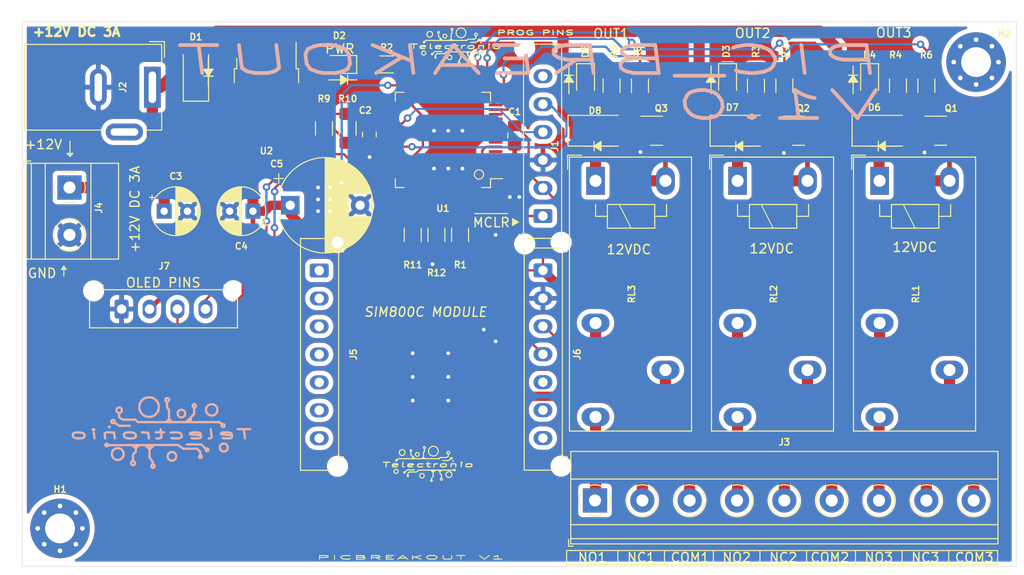
<source format=kicad_pcb>
(kicad_pcb (version 20211014) (generator pcbnew)
  (layers (0 "F.Cu" signal) (31 "B.Cu" signal) (34 "B.Paste" user) (35 "F.Paste" user) (36 "B.SilkS" user "B.Silkscreen") (37 "F.SilkS" user "F.Silkscreen") (38 "B.Mask" user) (39 "F.Mask" user) (44 "Edge.Cuts" user))
  (net 0 "")
  (net 1 "NC1")
  (net 2 "COM1")
  (net 3 "NO1")
  (net 4 "NC2")
  (net 5 "COM2")
  (net 6 "NO2")
  (net 7 "NC3")
  (net 8 "COM3")
  (net 9 "NO3")
  (net 10 "DC_IN")
  (net 11 "GND")
  (net 12 "Net-(D5-Pad1)")
  (net 13 "Net-(D8-Pad2)")
  (net 14 "Net-(D4-Pad1)")
  (net 15 "Net-(D6-Pad2)")
  (net 16 "Net-(D3-Pad1)")
  (net 17 "Net-(D7-Pad2)")
  (net 18 "Net-(D2-Pad1)")
  (net 19 "TX3.3V")
  (net 20 "5VREG")
  (net 21 "MCLR")
  (net 22 "Net-(Q1-Pad1)")
  (net 23 "OUT3")
  (net 24 "Net-(Q2-Pad1)")
  (net 25 "OUT2")
  (net 26 "Net-(Q3-Pad1)")
  (net 27 "OUT1")
  (net 28 "I2C_SCL")
  (net 29 "I2C_SDATA")
  (net 30 "Net-(R11-Pad2)")
  (net 31 "Net-(C3-Pad1)")
  (net 35 "TX2")
  (net 36 "RX2")
  (net 56 "RX1")
  (net 61 "ICSPDAT")
  (net 64 "ICSPCLK")
  (footprint "Resistor_SMD:R_1206_3216Metric_Pad1.30x1.75mm_HandSolder" (layer "F.Cu") (at 176.53 55.88 90)
    (fp_text reference "R12")
    (fp_text value "10K")
  )
  (footprint "Package_TO_SOT_SMD:TO-252-3_TabPin2" (layer "F.Cu") (at 158.2918 40.5198 -90)
    (fp_text reference "U2")
    (fp_text value "NCP1117-5.0_TO252")
  )
  (footprint "Resistor_SMD:R_1206_3216Metric_Pad1.30x1.75mm_HandSolder" (layer "F.Cu") (at 179.07 55.88 90)
    (fp_text reference "R1")
    (fp_text value "10k")
  )
  (footprint "Resistor_SMD:R_1206_3216Metric_Pad1.30x1.75mm_HandSolder" (layer "F.Cu") (at 213.868 39.878 90)
    (fp_text reference "R7")
    (fp_text value "330")
  )
  (footprint "TerminalBlock_Phoenix:TerminalBlock_Phoenix_MKDS-1,5-2-5.08_1x02_P5.08mm_Horizontal" (layer "F.Cu") (at 137.16 50.8 -90)
    (fp_text reference "J4")
    (fp_text value "+12V DC")
  )
  (footprint "TerminalBlock_Phoenix:TerminalBlock_Phoenix_MKDS-1,5-9-5.08_1x09_P5.08mm_Horizontal" (layer "F.Cu") (at 193.548 84.379)
    (fp_text reference "J3")
    (fp_text value "RELAY OUTPUTS")
  )
  (footprint "Connector_Molex:Molex_Micro-Fit_3.0_43650-0715_1x07_P3.00mm_Vertical" (layer "F.Cu") (at 163.957 59.707 -90)
    (fp_text reference "J5")
    (fp_text value "SIM800C LEFT")
  )
  (footprint "Diode_SMD:D_SMA" (layer "F.Cu") (at 209.296 44.704)
    (fp_text reference "D7")
    (fp_text value "US1M")
  )
  (footprint "Capacitor_THT:CP_Radial_D10.0mm_P7.50mm" (layer "F.Cu") (at 160.847323 52.705)
    (fp_text reference "C5")
    (fp_text value "1000uF")
  )
  (footprint "Package_TO_SOT_SMD:SOT-23" (layer "F.Cu") (at 200.152 44.704)
    (fp_text reference "Q3")
    (fp_text value "BC847")
  )
  (footprint "LED_SMD:LED_0805_2012Metric_Pad1.15x1.40mm_HandSolder" (layer "F.Cu") (at 166.116 37.592 180)
    (fp_text reference "D2")
    (fp_text value "PWR")
  )
  (footprint "Connector_Molex:Molex_Micro-Fit_3.0_43650-0615_1x06_P3.00mm_Vertical" (layer "F.Cu") (at 187.96 53.855 90)
    (fp_text reference "J1")
    (fp_text value "PROG PINS")
  )
  (footprint "Resistor_SMD:R_1206_3216Metric_Pad1.30x1.75mm_HandSolder" (layer "F.Cu") (at 171.196 37.592)
    (fp_text reference "R2")
    (fp_text value "330")
  )
  (footprint "Diode_SMD:D_SOD-128" (layer "F.Cu") (at 150.7236 38.4556 90)
    (fp_text reference "D1")
    (fp_text value "BAT54J")
  )
  (footprint "Resistor_SMD:R_1206_3216Metric_Pad1.30x1.75mm_HandSolder" (layer "F.Cu") (at 167.005 44.45 -90)
    (fp_text reference "R10")
    (fp_text value "10k")
  )
  (footprint "LED_SMD:LED_0805_2012Metric_Pad1.15x1.40mm_HandSolder" (layer "F.Cu") (at 207.772 39.37 -90)
    (fp_text reference "D3")
    (fp_text value "LED2")
  )
  (footprint "Resistor_SMD:R_1206_3216Metric_Pad1.30x1.75mm_HandSolder" (layer "F.Cu") (at 226.06 39.878 90)
    (fp_text reference "R4")
    (fp_text value "1k")
  )
  (footprint "Capacitor_SMD:C_0805_2012Metric_Pad1.18x1.45mm_HandSolder" (layer "F.Cu") (at 169.34 45.11 -90)
    (fp_text reference "C2")
    (fp_text value "100n")
  )
  (footprint "Resistor_SMD:R_1206_3216Metric_Pad1.30x1.75mm_HandSolder" (layer "F.Cu") (at 164.465 44.45 -90)
    (fp_text reference "R9")
    (fp_text value "10k")
  )
  (footprint "Resistor_SMD:R_1206_3216Metric_Pad1.30x1.75mm_HandSolder" (layer "F.Cu") (at 195.326 39.878 90)
    (fp_text reference "R5")
    (fp_text value "1k")
  )
  (footprint "MountingHole:MountingHole_3.2mm_M3_Pad_Via" (layer "F.Cu") (at 234.442 37.338)
    (fp_text reference "H2")
    (fp_text value "MountingHole")
  )
  (footprint "Relay_THT:Relay_SPDT_Schrack-RT1-FormC_RM5mm" (layer "F.Cu") (at 208.848 50.08 -90)
    (fp_text reference "RL2")
    (fp_text value "G2RL-2-DC12")
  )
  (footprint "Package_TO_SOT_SMD:SOT-23" (layer "F.Cu") (at 215.392 44.704)
    (fp_text reference "Q2")
    (fp_text value "BC847")
  )
  (footprint "Capacitor_SMD:C_0805_2012Metric_Pad1.18x1.45mm_HandSolder" (layer "F.Cu") (at 184.93 45.21 -90)
    (fp_text reference "C1")
    (fp_text value "100n")
  )
  (footprint "LED_SMD:LED_0805_2012Metric_Pad1.15x1.40mm_HandSolder" (layer "F.Cu") (at 223.012 39.37 -90)
    (fp_text reference "D4")
    (fp_text value "LED3")
  )
  (footprint "MountingHole:MountingHole_3.2mm_M3_Pad_Via" (layer "F.Cu") (at 136.144 87.376)
    (fp_text reference "H1")
    (fp_text value "MountingHole")
  )
  (footprint "Diode_SMD:D_SMA" (layer "F.Cu") (at 224.536 44.704)
    (fp_text reference "D6")
    (fp_text value "US1M")
  )
  (footprint "Connector_Molex:Molex_Micro-Fit_3.0_43650-0415_1x04_P3.00mm_Vertical" (layer "F.Cu") (at 142.748 63.847)
    (fp_text reference "J7")
    (fp_text value "OLED PINS")
  )
  (footprint "Connector_Molex:Molex_Micro-Fit_3.0_43650-0715_1x07_P3.00mm_Vertical" (layer "F.Cu") (at 187.96 59.69 -90)
    (fp_text reference "J6")
    (fp_text value "SIM800C RIGHT")
  )
  (footprint "Capacitor_THT:CP_Radial_D5.0mm_P2.50mm" (layer "F.Cu") (at 156.845 53.34 180)
    (fp_text reference "C4")
    (fp_text value "10uF/25V")
  )
  (footprint "LED_SMD:LED_0805_2012Metric_Pad1.15x1.40mm_HandSolder" (layer "F.Cu") (at 192.532 39.37 -90)
    (fp_text reference "D5")
    (fp_text value "LED1")
  )
  (footprint "Package_QFP:TQFP-64_10x10mm_P0.5mm" (layer "F.Cu") (at 177.23 45.69 180)
    (fp_text reference "U1")
    (fp_text value "PIC16F19195")
  )
  (footprint "Relay_THT:Relay_SPDT_Schrack-RT1-FormC_RM5mm" (layer "F.Cu") (at 193.608 50.08 -90)
    (fp_text reference "RL3")
    (fp_text value "G2RL-2-DC12")
  )
  (footprint "Capacitor_THT:CP_Radial_D5.0mm_P2.50mm" (layer "F.Cu") (at 147.32 53.34)
    (fp_text reference "C3")
    (fp_text value "10uF/25V")
  )
  (footprint "Resistor_SMD:R_1206_3216Metric_Pad1.30x1.75mm_HandSolder" (layer "F.Cu") (at 229.108 39.878 90)
    (fp_text reference "R6")
    (fp_text value "330")
  )
  (footprint "Package_TO_SOT_SMD:SOT-23" (layer "F.Cu") (at 230.632 44.704)
    (fp_text reference "Q1")
    (fp_text value "BC847")
  )
  (footprint "Diode_SMD:D_SMA" (layer "F.Cu") (at 194.056 44.704)
    (fp_text reference "D8")
    (fp_text value "US1M")
  )
  (footprint "Relay_THT:Relay_SPDT_Schrack-RT1-FormC_RM5mm" (layer "F.Cu") (at 224.088 50.08 -90)
    (fp_text reference "RL1")
    (fp_text value "G2RL-2-DC12")
  )
  (footprint "Connector_BarrelJack:BarrelJack_Wuerth_6941xx301002" (layer "F.Cu") (at 146.05 40.04 -90)
    (fp_text reference "J2")
    (fp_text value "Barrel_Jack_MountingPin")
  )
  (footprint "Resistor_SMD:R_1206_3216Metric_Pad1.30x1.75mm_HandSolder" (layer "F.Cu") (at 173.99 55.88 -90)
    (fp_text reference "R11")
    (fp_text value "5K")
  )
  (footprint "Resistor_SMD:R_1206_3216Metric_Pad1.30x1.75mm_HandSolder" (layer "F.Cu") (at 210.82 39.878 90)
    (fp_text reference "R3")
    (fp_text value "1k")
  )
  (footprint "Resistor_SMD:R_1206_3216Metric_Pad1.30x1.75mm_HandSolder" (layer "F.Cu") (at 198.374 39.878 90)
    (fp_text reference "R8")
    (fp_text value "330")
  )
  (footprint "LOGO" (layer "B.Cu") (at 147 77 180)
    (fp_text reference "G***" hide)
    (fp_text value "LOGO" hide)
  )
  (gr_poly (pts (xy 182.57 53.8) (xy 182.12 53.8) (xy 182.53 53.3)) (layer "F.Cu") (width 0.2) (fill solid))
  (gr_poly (pts (xy 183.19 53.86) (xy 182.55 53.83) (xy 182.57 53.27)) (layer "F.Cu") (width 0.2) (fill solid))
  (gr_line (start 179.3748 36.257739) (end 179.1462 36.486339) (layer "F.SilkS") (width 0.12))
  (gr_line (start 224.7 46.85) (end 223.95 46.35) (layer "F.SilkS") (width 0.12))
  (gr_line (start 136.2964 59.5884) (end 136.7536 59.5884) (layer "F.SilkS") (width 0.12))
  (gr_line (start 184.7088 54.1528) (end 185.3184 54.5084) (layer "F.SilkS") (width 0.12))
  (gr_line (start 180.1918 35.214139) (end 180.7668 35.214139) (layer "F.SilkS") (width 0.12))
  (gr_circle locked (center 178.338939 80.1522) (end 178.378277 80.1776) (layer "F.SilkS") (width 0.08) (fill none))
  (gr_line locked (start 177.609639 79.7712) (end 176.934639 79.7712) (layer "F.SilkS") (width 0.12))
  (gr_line (start 165 39.25) (end 167 39.25) (layer "F.SilkS") (width 0.12))
  (gr_circle (center 175.2092 35.190939) (end 175.2854 35.216339) (layer "F.SilkS") (width 0.12) (fill none))
  (gr_line (start 179.9009 34.886139) (end 179.7759 35.011139) (layer "F.SilkS") (width 0.12))
  (gr_line (start 193.45 46.35) (end 193.45 46.85) (layer "F.SilkS") (width 0.12))
  (gr_circle (center 176.7586 34.1376) (end 176.8094 34.2138) (layer "F.SilkS") (width 0.12) (fill none))
  (gr_line (start 137.5156 47.1424) (end 137.2108 47.4472) (layer "F.SilkS") (width 0.12))
  (gr_line locked (start 175.240139 79.1108) (end 175.240139 78.8568) (layer "F.SilkS") (width 0.12))
  (gr_line (start 220.75 39.5) (end 221.25 38.75) (layer "F.SilkS") (width 0.12))
  (gr_circle (center 181.102 34.9758) (end 181.152 35.0508) (layer "F.SilkS") (width 0.12) (fill none))
  (gr_circle (center 181.3052 35.267139) (end 181.344538 35.292539) (layer "F.SilkS") (width 0.08) (fill none))
  (gr_line (start 166.25 39.75) (end 166.25 38.75) (layer "F.SilkS") (width 0.12))
  (gr_circle (center 177.9524 36.841939) (end 178.1556 36.968939) (layer "F.SilkS") (width 0.12) (fill none))
  (gr_line (start 191 89.75) (end 236.75 89.75) (layer "F.SilkS") (width 0.12))
  (gr_line locked (start 177.068939 81.6254) (end 177.068939 81.981) (layer "F.SilkS") (width 0.12))
  (gr_circle locked (center 178.480539 81.1192) (end 178.510539 81.1892) (layer "F.SilkS") (width 0.12) (fill none))
  (gr_line (start 209.4 46.85) (end 208.65 46.35) (layer "F.SilkS") (width 0.12))
  (gr_line (start 176.9364 35.013139) (end 177.0077 34.936939) (layer "F.SilkS") (width 0.12))
  (gr_line (start 152.05 38.85) (end 152.55 38.85) (layer "F.SilkS") (width 0.12))
  (gr_line (start 179.1462 36.714939) (end 179.1462 36.918139) (layer "F.SilkS") (width 0.12))
  (gr_line locked (start 176.179939 81.8032) (end 176.002139 82.0318) (layer "F.SilkS") (width 0.12))
  (gr_line (start 178.2572 34.987739) (end 178.1048 34.860739) (layer "F.SilkS") (width 0.12))
  (gr_line locked (start 175.138539 79.7458) (end 174.986139 79.8728) (layer "F.SilkS") (width 0.12))
  (gr_line (start 190.5 89.75) (end 191 89.75) (layer "F.SilkS") (width 0.12))
  (gr_line (start 178.9684 37.146739) (end 178.9684 37.273739) (layer "F.SilkS") (width 0.12))
  (gr_line (start 194.2 46.85) (end 193.45 46.35) (layer "F.SilkS") (width 0.12))
  (gr_line locked (start 173.400539 81.0992) (end 173.975539 81.0992) (layer "F.SilkS") (width 0.12))
  (gr_line locked (start 175.976739 81.1682) (end 176.179939 81.3714) (layer "F.SilkS") (width 0.12))
  (gr_poly (pts (xy 221.25 38.75) (xy 221.75 39.5) (xy 220.75 39.5)) (layer "F.SilkS") (width 0.12) (fill solid))
  (gr_line (start 184.7088 54.864) (end 184.7088 54.1528) (layer "F.SilkS") (width 0.12))
  (gr_line (start 176.4284 36.613339) (end 176.4284 36.740339) (layer "F.SilkS") (width 0.12))
  (gr_line locked (start 176.179939 81.6) (end 176.179939 81.8032) (layer "F.SilkS") (width 0.12))
  (gr_line (start 178.2064 34.225739) (end 178.2064 33.971739) (layer "F.SilkS") (width 0.12))
  (gr_line locked (start 177.800539 80.0992) (end 178.050539 79.9242) (layer "F.SilkS") (width 0.12))
  (gr_line locked (start 176.179939 81.1428) (end 176.179939 81.6) (layer "F.SilkS") (width 0.12))
  (gr_line locked (start 173.200539 81.2992) (end 173.400539 81.0992) (layer "F.SilkS") (width 0.12))
  (gr_line (start 196 89.75) (end 196 91.25) (layer "F.SilkS") (width 0.12))
  (gr_line (start 167 39.25) (end 167 38.75) (layer "F.SilkS") (width 0.12))
  (gr_line (start 136.7536 59.5884) (end 136.8044 59.5884) (layer "F.SilkS") (width 0.12))
  (gr_line (start 205.5 38.75) (end 206.5 38.75) (layer "F.SilkS") (width 0.12))
  (gr_line (start 177.0634 35.013139) (end 175.7934 35.013139) (layer "F.SilkS") (width 0.12))
  (gr_line (start 179.8828 36.257739) (end 179.8828 36.613339) (layer "F.SilkS") (width 0.12))
  (gr_line (start 190.25 38.75) (end 191.25 38.75) (layer "F.SilkS") (width 0.12))
  (gr_line locked (start 175.138539 79.2632) (end 175.240139 79.1108) (layer "F.SilkS") (width 0.12))
  (gr_line (start 178.1048 34.987739) (end 178.1048 34.378139) (layer "F.SilkS") (width 0.12))
  (gr_line locked (start 176.794439 79.8977) (end 174.041439 79.8987) (layer "F.SilkS") (width 0.12))
  (gr_line locked (start 173.792339 79.4664) (end 173.792339 79.1362) (layer "F.SilkS") (width 0.12))
  (gr_line (start 180.6448 53.594) (end 184.15 53.594) (layer "F.SilkS") (width 0.12))
  (gr_line (start 180.0352 36.740339) (end 180.0352 37.095939) (layer "F.SilkS") (width 0.12))
  (gr_line (start 236.75 91.25) (end 190.5 91.25) (layer "F.SilkS") (width 0.12))
  (gr_line locked (start 173.625539 81.3242) (end 173.462139 81.4984) (layer "F.SilkS") (width 0.12))
  (gr_circle locked (center 173.100539 81.3742) (end 173.175539 81.3992) (layer "F.SilkS") (width 0.12) (fill none))
  (gr_circle locked (center 175.240139 78.7044) (end 175.214739 78.806) (layer "F.SilkS") (width 0.12) (fill none))
  (gr_line (start 176.9618 34.784539) (end 177.165 34.987739) (layer "F.SilkS") (width 0.12))
  (gr_line (start 179.8828 36.410139) (end 179.705 36.257739) (layer "F.SilkS") (width 0.12))
  (gr_line (start 179.7607 35.012639) (end 177.0077 35.013639) (layer "F.SilkS") (width 0.12))
  (gr_line (start 223.95 46.35) (end 223.95 46.85) (layer "F.SilkS") (width 0.12))
  (gr_line (start 180.5759 34.886139) (end 179.9009 34.886139) (layer "F.SilkS") (width 0.12))
  (gr_line (start 175.4632 35.013139) (end 175.387 35.013139) (layer "F.SilkS") (width 0.12))
  (gr_line (start 167 39.25) (end 168 39.25) (layer "F.SilkS") (width 0.12))
  (gr_line (start 221.25 38.75) (end 220.75 38.75) (layer "F.SilkS") (width 0.12))
  (gr_line locked (start 174.097139 79.8982) (end 172.827139 79.8982) (layer "F.SilkS") (width 0.12))
  (gr_line locked (start 173.970139 79.8982) (end 174.041439 79.822) (layer "F.SilkS") (width 0.12))
  (gr_line locked (start 176.916539 81.4984) (end 177.068939 81.6254) (layer "F.SilkS") (width 0.12))
  (gr_line (start 185.3184 54.5084) (end 184.7088 54.864) (layer "F.SilkS") (width 0.12))
  (gr_line (start 210.65 46.35) (end 208.65 46.35) (layer "F.SilkS") (width 0.12))
  (gr_line locked (start 172.801739 79.8982) (end 172.547739 79.8982) (layer "F.SilkS") (width 0.12))
  (gr_poly (pts (xy 223.95 46.35) (xy 224.7 45.85) (xy 224.7 46.85)) (layer "F.SilkS") (width 0.12) (fill solid))
  (gr_poly (pts (xy 152.05 38.85) (xy 151.55 38.1) (xy 152.55 38.1)) (layer "F.SilkS") (width 0.12) (fill solid))
  (gr_circle (center 181.1 49.4) (end 181.4 49.8) (layer "F.SilkS") (width 0.12) (fill none))
  (gr_line (start 223.95 46.35) (end 222.95 46.35) (layer "F.SilkS") (width 0.12))
  (gr_line locked (start 174.375539 81.3242) (end 174.650539 81.1242) (layer "F.SilkS") (width 0.12))
  (gr_line (start 221.25 38.75) (end 221.25 37.75) (layer "F.SilkS") (width 0.12))
  (gr_circle (center 178.2064 33.819339) (end 178.181 33.920939) (layer "F.SilkS") (width 0.12) (fill none))
  (gr_line (start 136.5504 59.2328) (end 136.2964 59.5884) (layer "F.SilkS") (width 0.12))
  (gr_circle locked (center 173.792339 79.022661) (end 173.843139 79.098861) (layer "F.SilkS") (width 0.12) (fill none))
  (gr_line (start 221.25 40.75) (end 221.25 38.75) (layer "F.SilkS") (width 0.12))
  (gr_circle (center 175.17 36.37) (end 175.297 36.5478) (layer "F.SilkS") (width 0.12) (fill none))
  (gr_poly (pts (xy 208.65 46.35) (xy 209.4 45.85) (xy 209.4 46.85)) (layer "F.SilkS") (width 0.12) (fill solid))
  (gr_line locked (start 174.650539 81.1242) (end 178.390539 81.1292) (layer "F.SilkS") (width 0.12))
  (gr_line locked (start 175.138539 79.8728) (end 175.138539 79.2632) (layer "F.SilkS") (width 0.12))
  (gr_line (start 193.45 46.35) (end 192.45 46.35) (layer "F.SilkS") (width 0.12))
  (gr_line (start 190.75 38.75) (end 190.25 38.75) (layer "F.SilkS") (width 0.12))
  (gr_circle (center 181.4468 36.234139) (end 181.4768 36.304139) (layer "F.SilkS") (width 0.12) (fill none))
  (gr_line locked (start 176.934639 79.7712) (end 176.809639 79.8962) (layer "F.SilkS") (width 0.12))
  (gr_circle locked (center 177.068939 82.096061) (end 176.967339 82.045261) (layer "F.SilkS") (width 0.12) (fill none))
  (gr_line (start 180.7668 35.214139) (end 181.0168 35.039139) (layer "F.SilkS") (width 0.12))
  (gr_line (start 176.7586 34.581339) (end 176.7586 34.251139) (layer "F.SilkS") (width 0.12))
  (gr_circle (center 180.0352 37.211) (end 179.9336 37.1602) (layer "F.SilkS") (width 0.12) (fill none))
  (gr_poly (pts (xy 185.2676 54.5084) (xy 184.7088 54.864) (xy 184.7596 54.2544)) (layer "F.SilkS") (width 0.12) (fill solid))
  (gr_line (start 176.5918 36.439139) (end 176.4284 36.613339) (layer "F.SilkS") (width 0.12))
  (gr_line (start 178.1048 34.860739) (end 177.9524 34.987739) (layer "F.SilkS") (width 0.12))
  (gr_circle locked (center 174.478139 79.441) (end 174.300339 79.3394) (layer "F.SilkS") (width 0.12) (fill none))
  (gr_line (start 221.5 89.75) (end 221.5 91.25) (layer "F.SilkS") (width 0.12))
  (gr_line (start 195.45 46.35) (end 193.45 46.35) (layer "F.SilkS") (width 0.12))
  (gr_circle (center 180.848 36.714939) (end 181.0004 36.994339) (layer "F.SilkS") (width 0.12) (fill none))
  (gr_line (start 180.5759 34.886139) (end 180.7718 34.759139) (layer "F.SilkS") (width 0.12))
  (gr_line (start 177.3418 36.439139) (end 177.6168 36.239139) (layer "F.SilkS") (width 0.12))
  (gr_circle locked (center 172.242939 80.076) (end 172.319139 80.1014) (layer "F.SilkS") (width 0.12) (fill none))
  (gr_line (start 193.45 46.85) (end 193.45 45.85) (layer "F.SilkS") (width 0.12))
  (gr_line (start 220.75 38.75) (end 221.75 38.75) (layer "F.SilkS") (width 0.12))
  (gr_line (start 167 39.25) (end 166.25 39.75) (layer "F.SilkS") (width 0.12))
  (gr_circle (center 175.8188 34.352739) (end 176.0728 34.530539) (layer "F.SilkS") (width 0.12) (fill none))
  (gr_line (start 190.75 38.75) (end 190.75 37.75) (layer "F.SilkS") (width 0.12))
  (gr_circle locked (center 177.809833 79.2632) (end 177.936833 79.3394) (layer "F.SilkS") (width 0.12) (fill none))
  (gr_line locked (start 177.225539 80.0992) (end 177.800539 80.0992) (layer "F.SilkS") (width 0.12))
  (gr_line (start 176.9618 34.784539) (end 176.7586 34.581339) (layer "F.SilkS") (width 0.12))
  (gr_line (start 226.5 89.75) (end 226.5 91.25) (layer "F.SilkS") (width 0.12))
  (gr_line (start 205.5 39.5) (end 206 38.75) (layer "F.SilkS") (width 0.12))
  (gr_line locked (start 176.916539 81.2952) (end 176.738739 81.1428) (layer "F.SilkS") (width 0.12))
  (gr_circle (center 177.4444 34.555939) (end 177.2666 34.454339) (layer "F.SilkS") (width 0.12) (fill none))
  (gr_line (start 179.1462 36.918139) (end 178.9684 37.146739) (layer "F.SilkS") (width 0.12))
  (gr_circle (center 178.9684 37.3634) (end 179.0446 37.4142) (layer "F.SilkS") (width 0.12) (fill none))
  (gr_circle locked (center 174.986139 81.727) (end 175.189339 81.854) (layer "F.SilkS") (width 0.12) (fill none))
  (gr_circle locked (center 172.852539 79.2378) (end 173.106539 79.4156) (layer "F.SilkS") (width 0.12) (fill none))
  (gr_line locked (start 173.975539 81.0992) (end 174.175539 81.0992) (layer "F.SilkS") (width 0.12))
  (gr_line locked (start 173.970139 79.6696) (end 173.970139 79.8982) (layer "F.SilkS") (width 0.12))
  (gr_line locked (start 173.625539 81.3242) (end 174.375539 81.3242) (layer "F.SilkS") (width 0.12))
  (gr_line (start 208.65 46.35) (end 208.65 46.85) (layer "F.SilkS") (width 0.12))
  (gr_line locked (start 173.995539 79.6696) (end 173.792339 79.4664) (layer "F.SilkS") (width 0.12))
  (gr_line locked (start 172.496939 79.8982) (end 172.420739 79.8982) (layer "F.SilkS") (width 0.12))
  (gr_line (start 206 40.75) (end 206 38.75) (layer "F.SilkS") (width 0.12))
  (gr_circle locked (center 172.203739 81.255061) (end 172.330739 81.432861) (layer "F.SilkS") (width 0.12) (fill none))
  (gr_line (start 208.65 46.85) (end 208.65 45.85) (layer "F.SilkS") (width 0.12))
  (gr_line locked (start 176.002139 82.0318) (end 176.002139 82.1588) (layer "F.SilkS") (width 0.12))
  (gr_line (start 176.9618 34.987739) (end 176.9618 34.784539) (layer "F.SilkS") (width 0.12))
  (gr_line locked (start 176.408539 81.1428) (end 176.179939 81.3714) (layer "F.SilkS") (width 0.12))
  (gr_line (start 180.7718 34.759139) (end 180.7718 34.530539) (layer "F.SilkS") (width 0.12))
  (gr_line (start 152.55 38.85) (end 151.55 38.85) (layer "F.SilkS") (width 0.12))
  (gr_poly (pts (xy 206 38.75) (xy 206.5 39.5) (xy 205.5 39.5)) (layer "F.SilkS") (width 0.12) (fill solid))
  (gr_circle locked (center 178.135739 79.860861) (end 178.185739 79.935861) (layer "F.SilkS") (width 0.12) (fill none))
  (gr_line (start 136.8044 59.5884) (end 136.5504 59.2328) (layer "F.SilkS") (width 0.12))
  (gr_line locked (start 176.916539 81.1428) (end 176.916539 81.4984) (layer "F.SilkS") (width 0.12))
  (gr_circle locked (center 176.205339 79.0854) (end 176.459339 79.5426) (layer "F.SilkS") (width 0.12) (fill none))
  (gr_line (start 179.8828 36.613339) (end 180.0352 36.740339) (layer "F.SilkS") (width 0.12))
  (gr_line locked (start 173.995539 79.8728) (end 173.995539 79.6696) (layer "F.SilkS") (width 0.12))
  (gr_line (start 176.9418 36.214139) (end 177.1418 36.214139) (layer "F.SilkS") (width 0.12))
  (gr_line (start 231.5 89.75) (end 231.5 91.25) (layer "F.SilkS") (width 0.12))
  (gr_line (start 178.1048 34.378139) (end 178.2064 34.225739) (layer "F.SilkS") (width 0.12))
  (gr_line locked (start 176.916539 81.2952) (end 177.094339 81.1428) (layer "F.SilkS") (width 0.12))
  (gr_line (start 175.768 35.013139) (end 175.514 35.013139) (layer "F.SilkS") (width 0.12))
  (gr_line locked (start 173.462139 81.4984) (end 173.462139 81.6254) (layer "F.SilkS") (width 0.12))
  (gr_line (start 206.25 89.75) (end 206.25 91.25) (layer "F.SilkS") (width 0.12))
  (gr_poly (pts (xy 190.75 38.75) (xy 191.25 39.5) (xy 190.25 39.5)) (layer "F.SilkS") (width 0.12) (fill solid))
  (gr_circle locked (center 176.002139 82.248461) (end 176.078339 82.299261) (layer "F.SilkS") (width 0.12) (fill none))
  (gr_line (start 178.9684 36.308539) (end 179.2732 36.308539) (layer "F.SilkS") (width 0.12))
  (gr_line (start 136.5504 60.2996) (end 136.5504 59.2328) (layer "F.SilkS") (width 0.12))
  (gr_circle (center 176.4284 36.8554) (end 176.4792 36.9062) (layer "F.SilkS") (width 0.12) (fill none))
  (gr_line (start 152.55 38.1) (end 152.05 38.85) (layer "F.SilkS") (width 0.12))
  (gr_line (start 206 38.75) (end 205.5 38.75) (layer "F.SilkS") (width 0.12))
  (gr_circle (center 179.1716 34.200339) (end 179.4256 34.657539) (layer "F.SilkS") (width 0.12) (fill none))
  (gr_line (start 201 89.75) (end 201 91.25) (layer "F.SilkS") (width 0.12))
  (gr_line (start 137.2108 45.8216) (end 137.2108 47.4472) (layer "F.SilkS") (width 0.12))
  (gr_line (start 136.906 47.1424) (end 137.5156 47.1424) (layer "F.SilkS") (width 0.12))
  (gr_poly (pts (xy 167 39.25) (xy 166.25 39.75) (xy 166.25 38.75)) (layer "F.SilkS") (width 0.12) (fill solid))
  (gr_line locked (start 177.805539 79.6442) (end 177.805539 79.4156) (layer "F.SilkS") (width 0.12))
  (gr_line locked (start 177.609639 79.7712) (end 177.805539 79.6442) (layer "F.SilkS") (width 0.12))
  (gr_line (start 190.75 40.75) (end 190.75 38.75) (layer "F.SilkS") (width 0.12))
  (gr_line (start 167 38.75) (end 167 39.75) (layer "F.SilkS") (width 0.12))
  (gr_line (start 216.25 89.75) (end 216.25 91.25) (layer "F.SilkS") (width 0.12))
  (gr_circle locked (center 177.881739 81.6) (end 178.034139 81.8794) (layer "F.SilkS") (width 0.12) (fill none))
  (gr_line locked (start 173.995539 79.6696) (end 174.198739 79.8728) (layer "F.SilkS") (width 0.12))
  (gr_line (start 137.2108 47.4472) (end 136.906 47.1424) (layer "F.SilkS") (width 0.12))
  (gr_line locked (start 175.290939 79.8728) (end 175.138539 79.7458) (layer "F.SilkS") (width 0.12))
  (gr_line (start 176.3668 36.214139) (end 176.9418 36.214139) (layer "F.SilkS") (width 0.12))
  (gr_line (start 177.6168 36.239139) (end 181.3568 36.244139) (layer "F.SilkS") (width 0.12))
  (gr_line (start 206 38.75) (end 206 37.75) (layer "F.SilkS") (width 0.12))
  (gr_circle (center 176.0668 36.489139) (end 176.1418 36.514139) (layer "F.SilkS") (width 0.12) (fill none))
  (gr_line (start 176.9364 34.784539) (end 176.9364 35.013139) (layer "F.SilkS") (width 0.12))
  (gr_line (start 179.8828 36.410139) (end 180.0606 36.257739) (layer "F.SilkS") (width 0.12))
  (gr_line (start 176.5918 36.439139) (end 177.3418 36.439139) (layer "F.SilkS") (width 0.12))
  (gr_line (start 190.5 91.25) (end 190.5 89.75) (layer "F.SilkS") (width 0.12))
  (gr_line (start 190.25 39.5) (end 190.75 38.75) (layer "F.SilkS") (width 0.12))
  (gr_line (start 208.65 46.35) (end 207.65 46.35) (layer "F.SilkS") (width 0.12))
  (gr_line (start 166.25 38.75) (end 167 39.25) (layer "F.SilkS") (width 0.12))
  (gr_line (start 179.1462 36.257739) (end 179.1462 36.714939) (layer "F.SilkS") (width 0.12))
  (gr_line (start 223.95 46.85) (end 223.95 45.85) (layer "F.SilkS") (width 0.12))
  (gr_circle (center 180.776094 34.378139) (end 180.903094 34.454339) (layer "F.SilkS") (width 0.12) (fill none))
  (gr_line locked (start 172.420739 79.8982) (end 172.319139 79.9998) (layer "F.SilkS") (width 0.12))
  (gr_line (start 152.05 38.85) (end 152.05 39.85) (layer "F.SilkS") (width 0.12))
  (gr_line (start 178.943 36.283139) (end 179.1462 36.486339) (layer "F.SilkS") (width 0.12))
  (gr_line (start 211.25 89.75) (end 211.25 91.25) (layer "F.SilkS") (width 0.12))
  (gr_line locked (start 176.002139 81.1936) (end 176.306939 81.1936) (layer "F.SilkS") (width 0.12))
  (gr_line (start 152.05 36.85) (end 152.05 38.85) (layer "F.SilkS") (width 0.12))
  (gr_line (start 225.95 46.35) (end 223.95 46.35) (layer "F.SilkS") (width 0.12))
  (gr_poly (pts (xy 193.45 46.35) (xy 194.2 45.85) (xy 194.2 46.85)) (layer "F.SilkS") (width 0.12) (fill solid))
  (gr_line (start 175.387 35.013139) (end 175.2854 35.114739) (layer "F.SilkS") (width 0.12))
  (gr_line (start 236.75 89.75) (end 236.75 91.25) (layer "F.SilkS") (width 0.12))
  (gr_line (start 176.1668 36.414139) (end 176.3668 36.214139) (layer "F.SilkS") (width 0.12))
  (gr_circle locked (center 173.462139 81.740461) (end 173.512939 81.791261) (layer "F.SilkS") (width 0.12) (fill none))
  (gr_rect (start 238.76 33.02) (end 132.08 91.44) (layer "Edge.Cuts") (width 0.05) (fill none))
  (gr_text "PIC_BREAKOUT\nV1.0" (at 224.97 39.56) (layer "B.SilkS") (effects (font (size 3 7) (thickness 0.4) italic) (justify left mirror)))
  (gr_text "OUT1" (at 195.2752 34.29) (layer "F.SilkS") (effects (font (size 1 1))))
  (gr_text "+12V" (at 134.366 46.1772) (layer "F.SilkS") (effects (font (size 1 1))))
  (gr_text "NC1" (at 198.5 90.5) (layer "F.SilkS") (effects (font (size 1 1))))
  (gr_text "NC3" (at 229 90.5) (layer "F.SilkS") (effects (font (size 1 1))))
  (gr_text "Telectronio" (at 175.600539 80.5492) (layer "F.SilkS") (effects (font (size 0.5 1.2) (thickness 0.125) italic)))
  (gr_text "COM2" (at 218.75 90.5) (layer "F.SilkS") (effects (font (size 1 1))))
  (gr_text "PROG PINS" (at 187.1472 34.1884) (layer "F.SilkS") (effects (font (size 0.5 1) (thickness 0.125))))
  (gr_text "GND" (at 134.2136 59.9948) (layer "F.SilkS") (effects (font (size 1 1))))
  (gr_text "OUT2" (at 210.4644 34.2392) (layer "F.SilkS") (effects (font (size 1 1))))
  (gr_text "12VDC " (at 212.9028 57.3532) (layer "F.SilkS") (effects (font (size 1 1))))
  (gr_text "NO1" (at 193.25 90.5) (layer "F.SilkS") (effects (font (size 1 1))))
  (gr_text "Telectronio" (at 178.5668 35.664139) (layer "F.SilkS") (effects (font (size 0.5 1.2) (thickness 0.125) italic)))
  (gr_text "COM3" (at 234.25 90.5) (layer "F.SilkS") (effects (font (size 1 1))))
  (gr_text "+12V DC 3A" (at 144.1704 53.1368 90) (layer "F.SilkS") (effects (font (size 1 1))))
  (gr_text "PWR" (at 166.1668 35.9156) (layer "F.SilkS") (effects (font (size 1 1))))
  (gr_text "PICBREAKOUT V1" (at 173.75 90.5) (layer "F.SilkS") (effects (font (size 0.4 1.6) (thickness 0.1))))
  (gr_text "12VDC " (at 228.2444 57.2008) (layer "F.SilkS") (effects (font (size 1 1))))
  (gr_text "NO2" (at 208.75 90.5) (layer "F.SilkS") (effects (font (size 1 1))))
  (gr_text "NO3" (at 224 90.5) (layer "F.SilkS") (effects (font (size 1 1))))
  (gr_text "MCLR\n" (at 182.4228 54.5592) (layer "F.SilkS") (effects (font (size 1 1))))
  (gr_text "SIM800C MODULE" (at 175.3616 64.1604) (layer "F.SilkS") (effects (font (size 1 1) (thickness 0.15) italic)))
  (gr_text "COM1" (at 203.75 90.5) (layer "F.SilkS") (effects (font (size 1 1))))
  (gr_text "OUT3" (at 225.6028 34.1884) (layer "F.SilkS") (effects (font (size 1 1))))
  (gr_text "12VDC " (at 197.5612 57.4548) (layer "F.SilkS") (effects (font (size 1 1))))
  (gr_text "+12V DC 3A" (at 137.922 34.0868) (layer "F.SilkS") (effects (font (size 1 1) (thickness 0.25))))
  (gr_text "NC2" (at 213.75 90.5) (layer "F.SilkS") (effects (font (size 1 1))))
  (segment (start 193.608 65.34) (end 193.608 69.783) (width 1.2) (layer "F.Cu") (net 1))
  (segment (start 193.608 69.783) (end 198.628 74.803) (width 1.2) (layer "F.Cu") (net 1))
  (segment (start 198.628 74.803) (end 198.628 84.379) (width 1.2) (layer "F.Cu") (net 1))
  (segment (start 203.708 74.803) (end 203.708 84.379) (width 1.2) (layer "F.Cu") (net 2))
  (segment (start 201.108 70.38) (end 201.108 72.203) (width 1.2) (layer "F.Cu") (net 2))
  (segment (start 201.108 72.203) (end 203.708 74.803) (width 1.2) (layer "F.Cu") (net 2))
  (segment (start 193.608 84.319) (end 193.548 84.379) (width 1.2) (layer "F.Cu") (net 3))
  (segment (start 193.608 75.42) (end 193.608 84.319) (width 1.2) (layer "F.Cu") (net 3))
  (segment (start 208.848 70.418) (end 213.868 75.438) (width 1.2) (layer "F.Cu") (net 4))
  (segment (start 208.848 65.34) (end 208.848 70.418) (width 1.2) (layer "F.Cu") (net 4))
  (segment (start 213.868 75.438) (end 213.868 84.379) (width 1.2) (layer "F.Cu") (net 4))
  (segment (start 218.948 75.438) (end 216.348 72.838) (width 1.2) (layer "F.Cu") (net 5))
  (segment (start 218.948 84.379) (end 218.948 75.438) (width 1.2) (layer "F.Cu") (net 5))
  (segment (start 216.348 72.838) (end 216.348 70.38) (width 1.2) (layer "F.Cu") (net 5))
  (segment (start 208.848 84.319) (end 208.788 84.379) (width 1.2) (layer "F.Cu") (net 6))
  (segment (start 208.848 75.42) (end 208.848 84.319) (width 1.2) (layer "F.Cu") (net 6))
  (segment (start 224.088 65.34) (end 224.088 69.783) (width 1.2) (layer "F.Cu") (net 7))
  (segment (start 229.108 74.803) (end 229.108 84.379) (width 1.2) (layer "F.Cu") (net 7))
  (segment (start 224.088 69.783) (end 229.108 74.803) (width 1.2) (layer "F.Cu") (net 7))
  (segment (start 234.188 84.379) (end 234.188 74.803) (width 1.2) (layer "F.Cu") (net 8))
  (segment (start 234.188 74.803) (end 231.588 72.203) (width 1.2) (layer "F.Cu") (net 8))
  (segment (start 231.588 72.203) (end 231.588 70.38) (width 1.2) (layer "F.Cu") (net 8))
  (segment (start 224.028 84.379) (end 224.028 75.48) (width 1.2) (layer "F.Cu") (net 9))
  (segment (start 224.028 75.48) (end 224.088 75.42) (width 1.2) (layer "F.Cu") (net 9))
  (segment (start 205.232 44.958) (end 207.042 44.958) (width 1.2) (layer "F.Cu") (net 10))
  (segment (start 219.465 40.395) (end 219.456 40.386) (width 0.4) (layer "F.Cu") (net 10))
  (segment (start 146.9392 40.04) (end 150.7236 36.2556) (width 1.2) (layer "F.Cu") (net 10))
  (segment (start 193.608 46.256) (end 192.056 44.704) (width 1.2) (layer "F.Cu") (net 10))
  (segment (start 205.096 40.395) (end 204.724 40.767) (width 0.4) (layer "F.Cu") (net 10))
  (segment (start 219.456 35.814) (end 219.456 40.386) (width 1.2) (layer "F.Cu") (net 10))
  (segment (start 204.724 44.45) (end 205.232 44.958) (width 1.2) (layer "F.Cu") (net 10))
  (segment (start 141.5288 50.8) (end 146.05 46.2788) (width 1.2) (layer "F.Cu") (net 10))
  (segment (start 217.678 34.036) (end 219.456 35.814) (width 1.2) (layer "F.Cu") (net 10))
  (segment (start 152.9432 34.036) (end 190.119 34.036) (width 1.2) (layer "F.Cu") (net 10))
  (segment (start 146.05 40.04) (end 146.9392 40.04) (width 1.2) (layer "F.Cu") (net 10))
  (segment (start 190.509 40.395) (end 190.119 40.005) (width 0.4) (layer "F.Cu") (net 10))
  (segment (start 190.119 34.036) (end 204.724 34.036) (width 1.2) (layer "F.Cu") (net 10))
  (segment (start 207.042 44.958) (end 207.296 44.704) (width 1.2) (layer "F.Cu") (net 10))
  (segment (start 146.05 46.2788) (end 146.05 40.04) (width 1.2) (layer "F.Cu") (net 10))
  (segment (start 219.456 43.942) (end 220.218 44.704) (width 1.2) (layer "F.Cu") (net 10))
  (segment (start 137.16 50.8) (end 139.954 50.8) (width 1.2) (layer "F.Cu") (net 10))
  (segment (start 208.848 46.256) (end 207.296 44.704) (width 1.2) (layer "F.Cu") (net 10))
  (segment (start 190.119 42.767) (end 192.056 44.704) (width 1.2) (layer "F.Cu") (net 10))
  (segment (start 193.608 50.08) (end 193.608 46.256) (width 1.2) (layer "F.Cu") (net 10))
  (segment (start 192.532 40.395) (end 190.509 40.395) (width 0.4) (layer "F.Cu") (net 10))
  (segment (start 190.119 40.005) (end 190.119 42.767) (width 1.2) (layer "F.Cu") (net 10))
  (segment (start 220.218 44.704) (end 222.536 44.704) (width 1.2) (layer "F.Cu") (net 10))
  (segment (start 208.848 50.08) (end 208.848 46.256) (width 1.2) (layer "F.Cu") (net 10))
  (segment (start 219.456 40.386) (end 219.456 43.942) (width 1.2) (layer "F.Cu") (net 10))
  (segment (start 150.7236 36.2556) (end 152.9432 34.036) (width 1.2) (layer "F.Cu") (net 10))
  (segment (start 204.724 34.036) (end 204.724 40.767) (width 1.2) (layer "F.Cu") (net 10))
  (segment (start 223.012 40.395) (end 219.465 40.395) (width 0.4) (layer "F.Cu") (net 10))
  (segment (start 204.724 40.767) (end 204.724 44.45) (width 1.2) (layer "F.Cu") (net 10))
  (segment (start 224.028 46.196) (end 224.028 50.02) (width 1.2) (layer "F.Cu") (net 10))
  (segment (start 222.536 44.704) (end 224.028 46.196) (width 1.2) (layer "F.Cu") (net 10))
  (segment (start 207.772 40.395) (end 205.096 40.395) (width 0.4) (layer "F.Cu") (net 10))
  (segment (start 224.028 50.02) (end 224.088 50.08) (width 1.2) (layer "F.Cu") (net 10))
  (segment (start 190.119 34.036) (end 190.119 40.005) (width 1.2) (layer "F.Cu") (net 10))
  (segment (start 139.954 50.8) (end 141.5288 50.8) (width 1.2) (layer "F.Cu") (net 10))
  (segment (start 204.724 34.036) (end 217.678 34.036) (width 1.2) (layer "F.Cu") (net 10))
  (segment (start 214.4545 45.654) (end 214.4545 46.4543) (width 0.25) (layer "F.Cu") (net 11))
  (segment (start 229.6945 45.654) (end 229.6945 46.2511) (width 0.25) (layer "F.Cu") (net 11))
  (segment (start 199.2145 46.2003) (end 198.4248 46.99) (width 0.25) (layer "F.Cu") (net 11))
  (segment (start 184.1225 45.44) (end 184.93 46.2475) (width 0.25) (layer "F.Cu") (net 11))
  (segment (start 169.5475 45.94) (end 169.34 46.1475) (width 0.25) (layer "F.Cu") (net 11))
  (segment (start 229.6945 46.2511) (end 228.9048 47.0408) (width 0.25) (layer "F.Cu") (net 11))
  (segment (start 176.53 57.43) (end 176.53 58.6232) (width 0.25) (layer "F.Cu") (net 11))
  (segment (start 214.4545 46.4543) (end 213.8172 47.0916) (width 0.25) (layer "F.Cu") (net 11))
  (segment (start 182.8925 45.44) (end 184.1225 45.44) (width 0.25) (layer "F.Cu") (net 11))
  (segment (start 199.2145 45.654) (end 199.2145 46.2003) (width 0.25) (layer "F.Cu") (net 11))
  (segment (start 171.5675 45.94) (end 169.5475 45.94) (width 0.25) (layer "F.Cu") (net 11))
  (segment (start 176.53 58.6232) (end 176.1236 59.0296) (width 0.25) (layer "F.Cu") (net 11))
  (via (at 163.83 50.8) (size 0.8) (drill 0.4) (layers "F.Cu" "B.Cu") (net 11))
  (via (at 165.1 52.07) (size 0.8) (drill 0.4) (layers "F.Cu" "B.Cu") (net 11))
  (via (at 213.8172 47.0916) (size 0.8) (drill 0.4) (layers "F.Cu" "B.Cu") (net 11))
  (via (at 182.88 55.88) (size 0.8) (drill 0.4) (layers "F.Cu" "B.Cu") (net 11))
  (via (at 179.324 44.704) (size 0.8) (drill 0.4) (layers "F.Cu" "B.Cu") (net 11))
  (via (at 198.4248 46.99) (size 0.8) (drill 0.4) (layers "F.Cu" "B.Cu") (net 11))
  (via (at 173.99 73.66) (size 0.8) (drill 0.4) (layers "F.Cu" "B.Cu") (net 11))
  (via (at 179.324 48.768) (size 0.8) (drill 0.4) (layers "F.Cu" "B.Cu") (net 11))
  (via (at 176.276 48.768) (size 0.8) (drill 0.4) (layers "F.Cu" "B.Cu") (net 11))
  (via (at 173.99 71.12) (size 0.8) (drill 0.4) (layers "F.Cu" "B.Cu") (net 11))
  (via (at 228.9048 47.0408) (size 0.8) (drill 0.4) (layers "F.Cu" "B.Cu") (net 11))
  (via (at 181.61 66.04) (size 0.8) (drill 0.4) (layers "F.Cu" "B.Cu") (net 11))
  (via (at 176.276 44.704) (size 0.8) (drill 0.4) (layers "F.Cu" "B.Cu") (net 11))
  (via (at 177.8 68.58) (size 0.8) (drill 0.4) (layers "F.Cu" "B.Cu") (net 11))
  (via (at 184.404 51.816) (size 0.8) (drill 0.4) (layers "F.Cu" "B.Cu") (net 11))
  (via (at 177.8 48.768) (size 0.8) (drill 0.4) (layers "F.Cu" "B.Cu") (net 11))
  (via (at 177.8 73.66) (size 0.8) (drill 0.4) (layers "F.Cu" "B.Cu") (net 11))
  (via (at 177.8 71.12) (size 0.8) (drill 0.4) (layers "F.Cu" "B.Cu") (net 11))
  (via (at 163.83 52.07) (size 0.8) (drill 0.4) (layers "F.Cu" "B.Cu") (net 11))
  (via (at 169.36 47.53) (size 0.8) (drill 0.4) (layers "F.Cu" "B.Cu") (net 11))
  (via (at 165.1 53.34) (size 0.8) (drill 0.4) (layers "F.Cu" "B.Cu") (net 11))
  (via (at 165.1 50.8) (size 0.8) (drill 0.4) (layers "F.Cu" "B.Cu") (net 11))
  (via (at 176.1236 59.0296) (size 0.8) (drill 0.4) (layers "F.Cu" "B.Cu") (net 11))
  (via (at 182.88 67.31) (size 0.8) (drill 0.4) (layers "F.Cu" "B.Cu") (net 11))
  (via (at 163.83 53.34) (size 0.8) (drill 0.4) (layers "F.Cu" "B.Cu") (net 11))
  (via (at 185.42 51.816) (size 0.8) (drill 0.4) (layers "F.Cu" "B.Cu") (net 11))
  (via (at 173.99 68.58) (size 0.8) (drill 0.4) (layers "F.Cu" "B.Cu") (net 11))
  (via (at 177.8 44.704) (size 0.8) (drill 0.4) (layers "F.Cu" "B.Cu") (net 11))
  (segment (start 194.056 39.497) (end 194.056 40.513) (width 0.25) (layer "F.Cu") (net 12))
  (segment (start 192.532 38.345) (end 192.904 38.345) (width 0.25) (layer "F.Cu") (net 12))
  (segment (start 192.904 38.345) (end 194.056 39.497) (width 0.25) (layer "F.Cu") (net 12))
  (segment (start 194.971 41.428) (end 195.326 41.428) (width 0.25) (layer "F.Cu") (net 12))
  (segment (start 194.056 40.513) (end 194.971 41.428) (width 0.25) (layer "F.Cu") (net 12))
  (segment (start 196.056 44.704) (end 196.056 47.256) (width 1.2) (layer "F.Cu") (net 13))
  (segment (start 196.85 39.624) (end 196.85 43.91) (width 0.25) (layer "F.Cu") (net 13))
  (segment (start 196.056 47.256) (end 198.88 50.08) (width 1.2) (layer "F.Cu") (net 13))
  (segment (start 201.108 50.08) (end 201.108 47.311) (width 0.5) (layer "F.Cu") (net 13))
  (segment (start 195.554 38.328) (end 196.85 39.624) (width 0.25) (layer "F.Cu") (net 13))
  (segment (start 201.108 44.7225) (end 201.0895 44.704) (width 0.5) (layer "F.Cu") (net 13))
  (segment (start 195.326 38.328) (end 195.554 38.328) (width 0.25) (layer "F.Cu") (net 13))
  (segment (start 196.85 43.91) (end 196.056 44.704) (width 0.25) (layer "F.Cu") (net 13))
  (segment (start 201.108 47.311) (end 201.108 44.7225) (width 0.5) (layer "F.Cu") (net 13))
  (segment (start 198.88 50.08) (end 201.108 50.08) (width 1.2) (layer "F.Cu") (net 13))
  (segment (start 223.012 38.345) (end 223.257 38.345) (width 0.25) (layer "F.Cu") (net 14))
  (segment (start 223.257 38.345) (end 226.06 41.148) (width 0.25) (layer "F.Cu") (net 14))
  (segment (start 226.06 41.148) (end 226.06 41.428) (width 0.25) (layer "F.Cu") (net 14))
  (segment (start 226.536 44.704) (end 226.536 47.336) (width 1.2) (layer "F.Cu") (net 15))
  (segment (start 226.06 38.328) (end 226.06 38.735) (width 0.25) (layer "F.Cu") (net 15))
  (segment (start 227.457 43.783) (end 226.536 44.704) (width 0.25) (layer "F.Cu") (net 15))
  (segment (start 226.536 47.336) (end 229.28 50.08) (width 1.2) (layer "F.Cu") (net 15))
  (segment (start 231.588 47.311) (end 231.588 50.08) (width 0.5) (layer "F.Cu") (net 15))
  (segment (start 231.588 44.7225) (end 231.588 47.311) (width 0.5) (layer "F.Cu") (net 15))
  (segment (start 231.5695 44.704) (end 231.588 44.7225) (width 0.5) (layer "F.Cu") (net 15))
  (segment (start 227.457 40.132) (end 227.457 43.783) (width 0.25) (layer "F.Cu") (net 15))
  (segment (start 229.28 50.08) (end 231.588 50.08) (width 1.2) (layer "F.Cu") (net 15))
  (segment (start 226.06 38.735) (end 227.457 40.132) (width 0.25) (layer "F.Cu") (net 15))
  (segment (start 210.82 41.393) (end 210.82 41.428) (width 0.25) (layer "F.Cu") (net 16))
  (segment (start 207.772 38.345) (end 210.82 41.393) (width 0.25) (layer "F.Cu") (net 16))
  (segment (start 216.348 44.7225) (end 216.348 47.057) (width 0.5) (layer "F.Cu") (net 17))
  (segment (start 216.3295 44.704) (end 216.348 44.7225) (width 0.5) (layer "F.Cu") (net 17))
  (segment (start 214.18 50.08) (end 216.348 50.08) (width 1.2) (layer "F.Cu") (net 17))
  (segment (start 212.217 43.783) (end 211.296 44.704) (width 0.25) (layer "F.Cu") (net 17))
  (segment (start 210.82 38.862) (end 212.217 40.259) (width 0.25) (layer "F.Cu") (net 17))
  (segment (start 212.217 40.259) (end 212.217 43.783) (width 0.25) (layer "F.Cu") (net 17))
  (segment (start 210.82 38.328) (end 210.82 38.862) (width 0.25) (layer "F.Cu") (net 17))
  (segment (start 216.348 47.057) (end 216.348 50.08) (width 0.5) (layer "F.Cu") (net 17))
  (segment (start 211.296 47.196) (end 214.18 50.08) (width 1.2) (layer "F.Cu") (net 17))
  (segment (start 211.296 44.704) (end 211.296 47.196) (width 1.2) (layer "F.Cu") (net 17))
  (segment (start 167.141 37.592) (end 169.646 37.592) (width 1.2) (layer "F.Cu") (net 18))
  (segment (start 176.53 54.33) (end 176.53 55.372) (width 0.25) (layer "F.Cu") (net 19))
  (segment (start 177.8 56.642) (end 177.8 58.53) (width 0.25) (layer "F.Cu") (net 19))
  (segment (start 173.99 54.33) (end 176.53 54.33) (width 0.25) (layer "F.Cu") (net 19))
  (segment (start 176.53 55.372) (end 177.8 56.642) (width 0.25) (layer "F.Cu") (net 19))
  (segment (start 177.8 58.53) (end 187.96 68.69) (width 0.25) (layer "F.Cu") (net 19))
  (segment (start 167.132 55.372) (end 162.56 55.372) (width 1) (layer "F.Cu") (net 20))
  (segment (start 171.5675 44.44) (end 169.7075 44.44) (width 0.25) (layer "F.Cu") (net 20))
  (segment (start 185.13 59.69) (end 187.96 59.69) (width 0.25) (layer "F.Cu") (net 20))
  (segment (start 187.96 59.69) (end 191.008 62.738) (width 1) (layer "F.Cu") (net 20))
  (segment (start 151.13 61.214) (end 156.845 55.499) (width 0.5) (layer "F.Cu") (net 20))
  (segment (start 164.465 42.9) (end 158.572 42.9) (width 1.2) (layer "F.Cu") (net 20))
  (segment (start 188.468 55.372) (end 189.484 55.372) (width 0.25) (layer "F.Cu") (net 20))
  (segment (start 160.847323 53.659323) (end 160.847323 52.705) (width 1) (layer "F.Cu") (net 20))
  (segment (start 179.07 57.43) (end 182.87 57.43) (width 0.25) (layer "F.Cu") (net 20))
  (segment (start 156.845 44.0666) (end 158.2918 42.6198) (width 1.2) (layer "F.Cu") (net 20))
  (segment (start 164.465 42.9) (end 167.005 42.9) (width 0.25) (layer "F.Cu") (net 20))
  (segment (start 188.015 50.855) (end 187.96 50.855) (width 0.25) (layer "F.Cu") (net 20))
  (segment (start 189.992 52.832) (end 188.015 50.855) (width 0.25) (layer "F.Cu") (net 20))
  (segment (start 189.484 55.372) (end 189.992 54.864) (width 0.25) (layer "F.Cu") (net 20))
  (segment (start 158.7246 52.705) (end 160.847323 52.705) (width 1) (layer "F.Cu") (net 20))
  (segment (start 163.9316 37.592) (end 158.9038 42.6198) (width 1.2) (layer "F.Cu") (net 20))
  (segment (start 158.2918 36.3198) (end 158.2918 42.6198) (width 1.2) (layer "F.Cu") (net 20))
  (segment (start 156.845 53.34) (end 156.845 44.0666) (width 1.2) (layer "F.Cu") (net 20))
  (segment (start 185.0225 44.1725) (end 184.93 44.1725) (width 0.25) (layer "F.Cu") (net 20))
  (segment (start 184.96 73.2) (end 167.132 55.372) (width 1) (layer "F.Cu") (net 20))
  (segment (start 165.091 37.592) (end 163.9316 37.592) (width 1.2) (layer "F.Cu") (net 20))
  (segment (start 187.96 59.69) (end 187.96 55.88) (width 0.25) (layer "F.Cu") (net 20))
  (segment (start 168.1775 44.0725) (end 167.005 42.9) (width 0.25) (layer "F.Cu") (net 20))
  (segment (start 169.7075 44.44) (end 169.34 44.0725) (width 0.25) (layer "F.Cu") (net 20))
  (segment (start 187.96 55.88) (end 188.468 55.372) (width 0.25) (layer "F.Cu") (net 20))
  (segment (start 182.8925 44.94) (end 184.1625 44.94) (width 0.25) (layer "F.Cu") (net 20))
  (segment (start 184.1625 44.94) (end 184.93 44.1725) (width 0.25) (layer "F.Cu") (net 20))
  (segment (start 162.56 55.372) (end 160.847323 53.659323) (width 1) (layer "F.Cu") (net 20))
  (segment (start 187.96 50.82) (end 186.43 49.29) (width 0.25) (layer "F.Cu") (net 20))
  (segment (start 156.845 55.499) (end 156.845 53.34) (width 0.5) (layer "F.Cu") (net 20))
  (segment (start 158.0896 53.34) (end 158.7246 52.705) (width 1) (layer "F.Cu") (net 20))
  (segment (start 158.9038 42.6198) (end 158.2918 42.6198) (width 1.2) (layer "F.Cu") (net 20))
  (segment (start 169.34 44.0725) (end 168.1775 44.0725) (width 0.25) (layer "F.Cu") (net 20))
  (segment (start 145.748 63.847) (end 148.381 61.214) (width 0.5) (layer "F.Cu") (net 20))
  (segment (start 189.944 73.2) (end 184.96 73.2) (width 1) (layer "F.Cu") (net 20))
  (segment (start 187.96 50.855) (end 187.96 50.82) (width 0.25) (layer "F.Cu") (net 20))
  (segment (start 191.008 72.136) (end 189.944 73.2) (width 1) (layer "F.Cu") (net 20))
  (segment (start 156.845 53.34) (end 158.0896 53.34) (width 1) (layer "F.Cu") (net 20))
  (segment (start 189.992 54.864) (end 189.992 52.832) (width 0.25) (layer "F.Cu") (net 20))
  (segment (start 148.381 61.214) (end 151.13 61.214) (width 0.5) (layer "F.Cu") (net 20))
  (segment (start 160.847323 52.705) (end 160.847323 52.868277) (width 1.2) (layer "F.Cu") (net 20))
  (segment (start 158.572 42.9) (end 158.2918 42.6198) (width 1.2) (layer "F.Cu") (net 20))
  (segment (start 186.43 49.29) (end 186.43 45.58) (width 0.25) (layer "F.Cu") (net 20))
  (segment (start 182.87 57.43) (end 185.13 59.69) (width 0.25) (layer "F.Cu") (net 20))
  (segment (start 191.008 62.738) (end 191.008 72.136) (width 1) (layer "F.Cu") (net 20))
  (segment (start 186.43 45.58) (end 185.0225 44.1725) (width 0.25) (layer "F.Cu") (net 20))
  (segment (start 182.5682 53.855) (end 179.545 53.855) (width 0.25) (layer "F.Cu") (net 21))
  (segment (start 182.8925 46.44) (end 181.83 46.44) (width 0.25) (layer "F.Cu") (net 21))
  (segment (start 181.83 46.44) (end 181.45 46.82) (width 0.25) (layer "F.Cu") (net 21))
  (segment (start 182.5682 50.9582) (end 182.5682 53.855) (width 0.25) (layer "F.Cu") (net 21))
  (segment (start 179.545 53.855) (end 179.07 54.33) (width 0.25) (layer "F.Cu") (net 21))
  (segment (start 187.96 53.855) (end 182.5682 53.855) (width 0.25) (layer "F.Cu") (net 21))
  (segment (start 181.45 49.84) (end 182.5682 50.9582) (width 0.25) (layer "F.Cu") (net 21))
  (segment (start 181.45 46.82) (end 181.45 49.84) (width 0.25) (layer "F.Cu") (net 21))
  (segment (start 229.108 43.1675) (end 229.6945 43.754) (width 0.25) (layer "F.Cu") (net 22))
  (segment (start 229.108 41.428) (end 229.108 43.1675) (width 0.25) (layer "F.Cu") (net 22))
  (segment (start 183.77 38.75) (end 183.77 40.2) (width 0.25) (layer "F.Cu") (net 23))
  (segment (start 183.73 38.71) (end 183.77 38.75) (width 0.25) (layer "F.Cu") (net 23))
  (segment (start 183.77 40.2) (end 184.55 40.98) (width 0.25) (layer "F.Cu") (net 23))
  (segment (start 184.55 40.98) (end 184.55 42.09) (width 0.25) (layer "F.Cu") (net 23))
  (segment (start 229.108 36.068) (end 228.473 35.433) (width 0.25) (layer "F.Cu") (net 23))
  (segment (start 184.55 42.09) (end 184.2 42.44) (width 0.25) (layer "F.Cu") (net 23))
  (segment (start 184.2 42.44) (end 182.8925 42.44) (width 0.25) (layer "F.Cu") (net 23))
  (segment (start 229.108 38.328) (end 229.108 36.068) (width 0.25) (layer "F.Cu") (net 23))
  (via (at 183.73 38.71) (size 0.8) (drill 0.4) (layers "F.Cu" "B.Cu") (net 23))
  (via (at 228.473 35.433) (size 0.8) (drill 0.4) (layers "F.Cu" "B.Cu") (net 23))
  (segment (start 187.833 35.687) (end 194.691 35.687) (width 0.25) (layer "B.Cu") (net 23))
  (segment (start 183.73 37.504) (end 184.277 36.957) (width 0.25) (layer "B.Cu") (net 23))
  (segment (start 184.277 36.957) (end 186.563 36.957) (width 0.25) (layer "B.Cu") (net 23))
  (segment (start 186.563 36.957) (end 187.833 35.687) (width 0.25) (layer "B.Cu") (net 23))
  (segment (start 183.73 38.71) (end 183.73 37.504) (width 0.25) (layer "B.Cu") (net 23))
  (segment (start 213.614 36.703) (end 214.884 35.433) (width 0.25) (layer "B.Cu") (net 23))
  (segment (start 195.707 36.703) (end 213.614 36.703) (width 0.25) (layer "B.Cu") (net 23))
  (segment (start 194.691 35.687) (end 195.707 36.703) (width 0.25) (layer "B.Cu") (net 23))
  (segment (start 214.884 35.433) (end 228.473 35.433) (width 0.25) (layer "B.Cu") (net 23))
  (segment (start 214.4545 42.0145) (end 213.868 41.428) (width 0.25) (layer "F.Cu") (net 24))
  (segment (start 214.4545 43.754) (end 214.4545 42.0145) (width 0.25) (layer "F.Cu") (net 24))
  (segment (start 181.98 41.0275) (end 182.8925 41.94) (width 0.25) (layer "F.Cu") (net 25))
  (segment (start 181.98 36.9) (end 181.98 41.0275) (width 0.25) (layer "F.Cu") (net 25))
  (segment (start 213.868 38.328) (end 213.868 35.814) (width 0.25) (layer "F.Cu") (net 25))
  (segment (start 213.868 35.814) (end 213.36 35.306) (width 0.25) (layer "F.Cu") (net 25))
  (via (at 181.98 36.9) (size 0.8) (drill 0.4) (layers "F.Cu" "B.Cu") (net 25))
  (via (at 213.36 35.306) (size 0.8) (drill 0.4) (layers "F.Cu" "B.Cu") (net 25))
  (segment (start 181.98 36.9) (end 181.991 36.195) (width 0.25) (layer "B.Cu") (net 25))
  (segment (start 196.615011 35.960011) (end 212.705989 35.960011) (width 0.25) (layer "B.Cu") (net 25))
  (segment (start 181.991 36.195) (end 183.340521 34.845479) (width 0.25) (layer "B.Cu") (net 25))
  (segment (start 183.340521 34.845479) (end 195.500479 34.845479) (width 0.25) (layer "B.Cu") (net 25))
  (segment (start 195.500479 34.845479) (end 196.615011 35.960011) (width 0.25) (layer "B.Cu") (net 25))
  (segment (start 212.705989 35.960011) (end 213.36 35.306) (width 0.25) (layer "B.Cu") (net 25))
  (segment (start 199.2145 43.754) (end 198.374 42.9135) (width 0.25) (layer "F.Cu") (net 26))
  (segment (start 198.374 42.9135) (end 198.374 41.428) (width 0.25) (layer "F.Cu") (net 26))
  (segment (start 198.374 38.328) (end 198.374 36.1245) (width 0.25) (layer "F.Cu") (net 27))
  (segment (start 180.96 40.0075) (end 180.98 40.0275) (width 0.25) (layer "F.Cu") (net 27))
  (segment (start 180.96 36.81) (end 180.96 40.0075) (width 0.25) (layer "F.Cu") (net 27))
  (segment (start 198.374 36.1245) (end 197.485 35.2355) (width 0.25) (layer "F.Cu") (net 27))
  (via (at 180.96 36.81) (size 0.8) (drill 0.4) (layers "F.Cu" "B.Cu") (net 27))
  (via (at 197.485 35.2355) (size 0.8) (drill 0.4) (layers "F.Cu" "B.Cu") (net 27))
  (segment (start 182.88 34.163) (end 196.4125 34.163) (width 0.25) (layer "B.Cu") (net 27))
  (segment (start 196.4125 34.163) (end 197.485 35.2355) (width 0.25) (layer "B.Cu") (net 27))
  (segment (start 180.96 36.81) (end 180.975 36.068) (width 0.25) (layer "B.Cu") (net 27))
  (segment (start 180.975 36.068) (end 182.88 34.163) (width 0.25) (layer "B.Cu") (net 27))
  (segment (start 165.685 47.22) (end 164.465 46) (width 0.25) (layer "F.Cu") (net 28))
  (segment (start 149.098 65.786) (end 148.748 65.436) (width 0.25) (layer "F.Cu") (net 28))
  (segment (start 159.1564 56.2356) (end 159.0802 56.3118) (width 0.25) (layer "F.Cu") (net 28))
  (segment (start 164.465 46) (end 164.058 46) (width 0.25) (layer "F.Cu") (net 28))
  (segment (start 168.328614 48.94) (end 166.608614 47.22) (width 0.25) (layer "F.Cu") (net 28))
  (segment (start 166.608614 47.22) (end 165.685 47.22) (width 0.25) (layer "F.Cu") (net 28))
  (segment (start 164.058 46) (end 159.258 50.8) (width 0.25) (layer "F.Cu") (net 28))
  (segment (start 159.1564 55.118) (end 159.1564 56.2356) (width 0.25) (layer "F.Cu") (net 28))
  (segment (start 152.276679 65.786) (end 149.098 65.786) (width 0.25) (layer "F.Cu") (net 28))
  (segment (start 159.0802 56.3118) (end 155.757521 59.634479) (width 0.25) (layer "F.Cu") (net 28))
  (segment (start 148.748 65.436) (end 148.748 63.847) (width 0.25) (layer "F.Cu") (net 28))
  (segment (start 155.757521 59.634479) (end 155.757521 62.305158) (width 0.25) (layer "F.Cu") (net 28))
  (segment (start 171.5675 48.94) (end 168.328614 48.94) (width 0.25) (layer "F.Cu") (net 28))
  (segment (start 159.163942 50.894058) (end 159.163942 51.239217) (width 0.25) (layer "F.Cu") (net 28))
  (segment (start 159.258 50.8) (end 159.163942 50.894058) (width 0.25) (layer "F.Cu") (net 28))
  (segment (start 155.757521 62.305158) (end 152.276679 65.786) (width 0.25) (layer "F.Cu") (net 28))
  (via (at 159.163942 51.239217) (size 0.8) (drill 0.4) (layers "F.Cu" "B.Cu") (net 28))
  (via (at 159.1564 55.118) (size 0.8) (drill 0.4) (layers "F.Cu" "B.Cu") (net 28))
  (segment (start 159.163942 51.239217) (end 159.163942 55.110458) (width 0.25) (layer "B.Cu") (net 28))
  (segment (start 159.163942 55.110458) (end 159.1564 55.118) (width 0.25) (layer "B.Cu") (net 28))
  (segment (start 158.75 50.292) (end 158.2928 50.7492) (width 0.25) (layer "F.Cu") (net 29))
  (segment (start 163.576 44.45) (end 165.455 44.45) (width 0.25) (layer "F.Cu") (net 29))
  (segment (start 158.2928 54.4068) (end 158.2928 56.3372) (width 0.25) (layer "F.Cu") (net 29))
  (segment (start 158.75 50.292) (end 162.306 46.736) (width 0.25) (layer "F.Cu") (net 29))
  (segment (start 162.306 45.72) (end 163.576 44.45) (width 0.25) (layer "F.Cu") (net 29))
  (segment (start 167.005 46) (end 167.99 46.985) (width 0.25) (layer "F.Cu") (net 29))
  (segment (start 165.455 44.45) (end 167.005 46) (width 0.25) (layer "F.Cu") (net 29))
  (segment (start 151.748 63.847) (end 151.748 62.882) (width 0.25) (layer "F.Cu") (net 29))
  (segment (start 167.99 46.985) (end 167.99 47.36) (width 0.25) (layer "F.Cu") (net 29))
  (segment (start 151.748 62.882) (end 158.2928 56.3372) (width 0.25) (layer "F.Cu") (net 29))
  (segment (start 162.306 46.736) (end 162.306 45.72) (width 0.25) (layer "F.Cu") (net 29))
  (segment (start 169.07 48.44) (end 171.5675 48.44) (width 0.25) (layer "F.Cu") (net 29))
  (segment (start 167.99 47.36) (end 169.07 48.44) (width 0.25) (layer "F.Cu") (net 29))
  (via (at 158.2928 50.7492) (size 0.8) (drill 0.4) (layers "F.Cu" "B.Cu") (net 29))
  (via (at 158.2928 54.4068) (size 0.8) (drill 0.4) (layers "F.Cu" "B.Cu") (net 29))
  (segment (start 158.2928 50.7492) (end 158.2928 54.4068) (width 0.25) (layer "B.Cu") (net 29))
  (segment (start 175.08 43.16) (end 173.98 42.06) (width 0.25) (layer "F.Cu") (net 30))
  (segment (start 173.99 57.43) (end 171.196 54.636) (width 0.25) (layer "F.Cu") (net 30))
  (segment (start 175.08 46.408) (end 175.08 43.16) (width 0.25) (layer "F.Cu") (net 30))
  (segment (start 171.196 54.636) (end 171.196 51.308) (width 0.25) (layer "F.Cu") (net 30))
  (segment (start 171.196 51.308) (end 173.624 48.88) (width 0.25) (layer "F.Cu") (net 30))
  (segment (start 173.624 48.88) (end 173.624 47.864) (width 0.25) (layer "F.Cu") (net 30))
  (segment (start 173.98 42.06) (end 173.98 40.0275) (width 0.25) (layer "F.Cu") (net 30))
  (segment (start 173.624 47.864) (end 175.08 46.408) (width 0.25) (layer "F.Cu") (net 30))
  (segment (start 150.7236 40.2336) (end 150.7236 40.6556) (width 1.2) (layer "F.Cu") (net 31))
  (segment (start 147.32 51.18) (end 147.32 53.34) (width 1.2) (layer "F.Cu") (net 31))
  (segment (start 154.6374 36.3198) (end 150.7236 40.2336) (width 1.2) (layer "F.Cu") (net 31))
  (segment (start 156.0118 36.3198) (end 154.6374 36.3198) (width 1.2) (layer "F.Cu") (net 31))
  (segment (start 150.7236 47.7764) (end 147.32 51.18) (width 1.2) (layer "F.Cu") (net 31))
  (segment (start 150.7236 40.6556) (end 150.7236 47.7764) (width 1.2) (layer "F.Cu") (net 31))
  (segment (start 179.7812 61.9252) (end 185.166 67.31) (width 0.25) (layer "F.Cu") (net 56))
  (segment (start 185.166 67.31) (end 185.166 69.088) (width 0.25) (layer "F.Cu") (net 56))
  (segment (start 189.992 67.564) (end 188.118 65.69) (width 0.25) (layer "F.Cu") (net 56))
  (segment (start 189.992 69.85) (end 189.992 67.564) (width 0.25) (layer "F.Cu") (net 56))
  (segment (start 171.31 39.83) (end 173.2825 39.83) (width 0.25) (layer "F.Cu") (net 56))
  (segment (start 173.2825 39.83) (end 173.48 40.0275) (width 0.25) (layer "F.Cu") (net 56))
  (segment (start 169.418 51.054) (end 170.434 52.07) (width 0.25) (layer "F.Cu") (net 56))
  (segment (start 170.434 52.07) (end 170.434 56.642) (width 0.25) (layer "F.Cu") (net 56))
  (segment (start 167.132 51.054) (end 169.418 51.054) (width 0.25) (layer "F.Cu") (net 56))
  (segment (start 186.436 70.358) (end 189.484 70.358) (width 0.25) (layer "F.Cu") (net 56))
  (segment (start 175.7172 61.9252) (end 179.7812 61.9252) (width 0.25) (layer "F.Cu") (net 56))
  (segment (start 188.118 65.69) (end 187.96 65.69) (width 0.25) (layer "F.Cu") (net 56))
  (segment (start 185.166 69.088) (end 186.436 70.358) (width 0.25) (layer "F.Cu") (net 56))
  (segment (start 170.434 56.642) (end 175.7172 61.9252) (width 0.25) (layer "F.Cu") (net 56))
  (segment (start 189.484 70.358) (end 189.992 69.85) (width 0.25) (layer "F.Cu") (net 56))
  (segment (start 166.37 50.292) (end 167.132 51.054) (width 0.25) (layer "F.Cu") (net 56))
  (via (at 171.31 39.83) (size 0.8) (drill 0.4) (layers "F.Cu" "B.Cu") (net 56))
  (via (at 166.37 50.292) (size 0.8) (drill 0.4) (layers "F.Cu" "B.Cu") (net 56))
  (segment (start 166.37 40.86) (end 166.37 50.292) (width 0.25) (layer "B.Cu") (net 56))
  (segment (start 167.4 39.83) (end 166.37 40.86) (width 0.25) (layer "B.Cu") (net 56))
  (segment (start 171.31 39.83) (end 167.4 39.83) (width 0.25) (layer "B.Cu") (net 56))
  (segment (start 171.5675 43.94) (end 172.84 43.94) (width 0.25) (layer "F.Cu") (net 61))
  (segment (start 172.84 43.94) (end 173.43 43.35) (width 0.25) (layer "F.Cu") (net 61))
  (via (at 173.43 43.35) (size 0.8) (drill 0.4) (layers "F.Cu" "B.Cu") (net 61))
  (segment (start 185.7234 44.855) (end 187.96 44.855) (width 0.2) (layer "B.Cu") (net 61))
  (segment (start 183.2356 42.3672) (end 185.7234 44.855) (width 0.2) (layer "B.Cu") (net 61))
  (segment (start 174.4128 42.3672) (end 183.2356 42.3672) (width 0.2) (layer "B.Cu") (net 61))
  (segment (start 173.43 43.35) (end 174.4128 42.3672) (width 0.2) (layer "B.Cu") (net 61))
  (segment (start 171.5875 46.42) (end 171.5675 46.44) (width 0.25) (layer "F.Cu") (net 64))
  (segment (start 173.91 46.42) (end 171.5875 46.42) (width 0.25) (layer "F.Cu") (net 64))
  (via (at 173.91 46.42) (size 0.8) (drill 0.4) (layers "F.Cu" "B.Cu") (net 64))
  (segment (start 173.91 46.42) (end 173.972 46.482) (width 0.25) (layer "B.Cu") (net 64))
  (segment (start 188.667 41.855) (end 187.96 41.855) (width 0.25) (layer "B.Cu") (net 64))
  (segment (start 190.5 45.212) (end 190.5 43.688) (width 0.25) (layer "B.Cu") (net 64))
  (segment (start 189.23 46.482) (end 190.5 45.212) (width 0.25) (layer "B.Cu") (net 64))
  (segment (start 190.5 43.688) (end 188.667 41.855) (width 0.25) (layer "B.Cu") (net 64))
  (segment (start 173.972 46.482) (end 189.23 46.482) (width 0.25) (layer "B.Cu") (net 64))
  (zone (net 11) (net_name "GND") (layer "F.Cu") (connect_pads (clearance 0.508)) (min_thickness 0.254) (fill yes (thermal_gap 0.508) (thermal_bridge_width 0.508))
    (polygon (pts (xy 238.7092 91.3892) (xy 132.1308 91.3892) (xy 132.1308 33.0708) (xy 238.7092 33.0708)))
  )
  (zone (net 11) (net_name "GND") (layer "B.Cu") (connect_pads (clearance 0.508)) (min_thickness 0.254) (fill yes (thermal_gap 0.508) (thermal_bridge_width 0.508) (smoothing fillet) (radius 1))
    (polygon (pts (xy 238.7092 91.3892) (xy 132.1816 91.3384) (xy 132.1308 33.0708) (xy 238.7092 33.0708)))
  )
)
</source>
